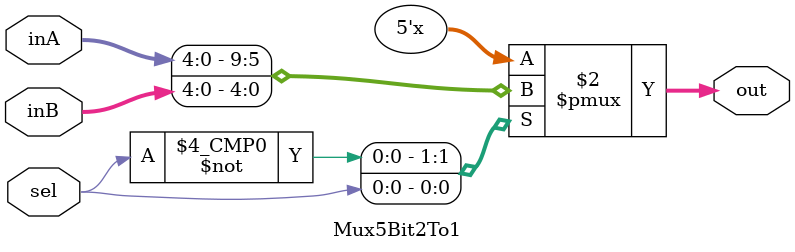
<source format=v>
`timescale 1ns / 1ps


module Mux5Bit2To1(out, inA, inB, sel);

    output reg [4:0] out;
    
    input [4:0] inA;
    input [4:0] inB;
    input sel;

    /* Fill in the implementation here ... */ 

    always @(inA, inB, sel) begin
        case(sel)
            1'b0: out = inA;
            1'b1: out = inB;
        endcase
    end
    
endmodule

</source>
